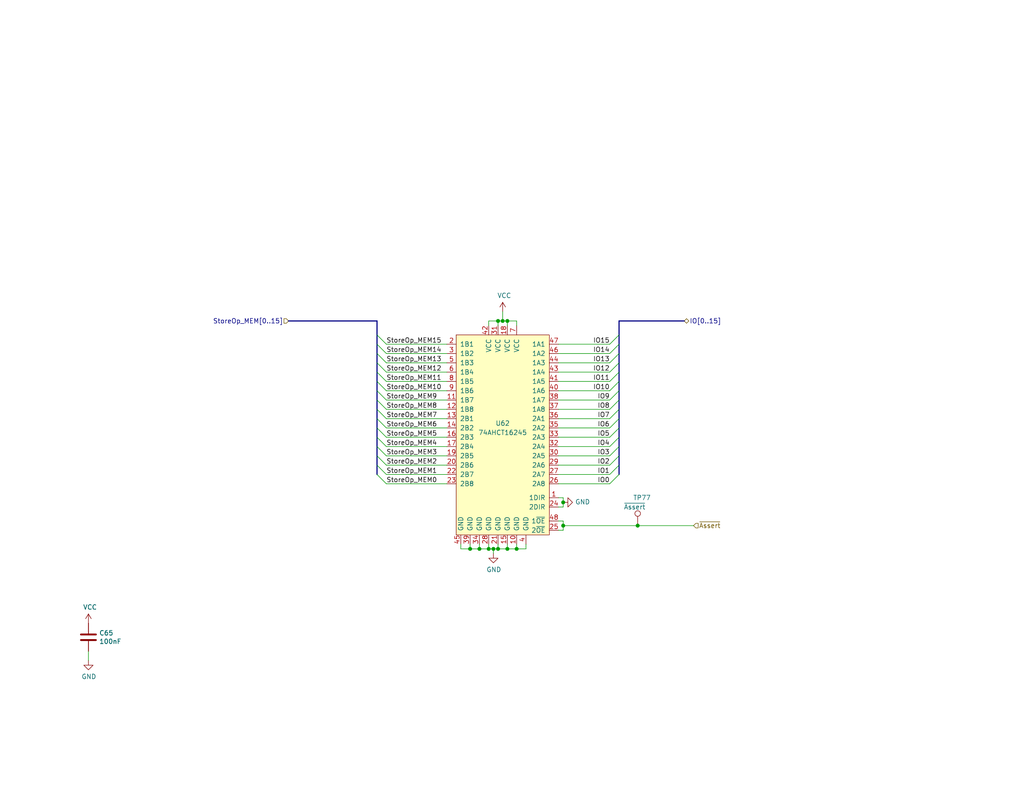
<source format=kicad_sch>
(kicad_sch (version 20230121) (generator eeschema)
  (paper "USLetter")
  (title_block (title "MEM: Buffer StoreOp") (date "2022-09-25") (rev "C") (comment 3 "This allows peripheral devices to assert their own value to the bus during a Load.") (comment 4 "The store operand can be disconnected from the system memory bus via tristate outputs."))
  (lib_symbols
    (symbol "74xx (kicad5):74AHCT16245_ba" (pin_names (offset 1.016))
      (property "Reference" "U" (at 0 1.27 0))
      (property "Value" "74AHCT16245_ba" (at 0 -1.27 0))
      (symbol "74AHCT16245_ba_0_1"
        (rectangle (start -12.7 26.67) (end 12.7 -27.94) (fill (type background)))
      )
      (symbol "74AHCT16245_ba_1_1"
        (pin input line (at -15.24 -17.78 0) (length 2.54) (name "1DIR") (number "1"))
        (pin power_in line (at -3.81 -30.48 90) (length 2.54) (name "GND") (number "10"))
        (pin input line (at 15.24 8.89 180) (length 2.54) (name "1B7") (number "11"))
        (pin input line (at 15.24 6.35 180) (length 2.54) (name "1B8") (number "12"))
        (pin input line (at 15.24 3.81 180) (length 2.54) (name "2B1") (number "13"))
        (pin input line (at 15.24 1.27 180) (length 2.54) (name "2B2") (number "14"))
        (pin power_in line (at -1.27 -30.48 90) (length 2.54) (name "GND") (number "15"))
        (pin input line (at 15.24 -1.27 180) (length 2.54) (name "2B3") (number "16"))
        (pin input line (at 15.24 -3.81 180) (length 2.54) (name "2B4") (number "17"))
        (pin power_in line (at -1.27 29.21 270) (length 2.54) (name "VCC") (number "18"))
        (pin input line (at 15.24 -6.35 180) (length 2.54) (name "2B5") (number "19"))
        (pin input line (at 15.24 24.13 180) (length 2.54) (name "1B1") (number "2"))
        (pin input line (at 15.24 -8.89 180) (length 2.54) (name "2B6") (number "20"))
        (pin power_in line (at 1.27 -30.48 90) (length 2.54) (name "GND") (number "21"))
        (pin input line (at 15.24 -11.43 180) (length 2.54) (name "2B7") (number "22"))
        (pin input line (at 15.24 -13.97 180) (length 2.54) (name "2B8") (number "23"))
        (pin input line (at -15.24 -20.32 0) (length 2.54) (name "2DIR") (number "24"))
        (pin input line (at -15.24 -26.67 0) (length 2.54) (name "2~{OE}") (number "25"))
        (pin tri_state line (at -15.24 -13.97 0) (length 2.54) (name "2A8") (number "26"))
        (pin tri_state line (at -15.24 -11.43 0) (length 2.54) (name "2A7") (number "27"))
        (pin power_in line (at 3.81 -30.48 90) (length 2.54) (name "GND") (number "28"))
        (pin tri_state line (at -15.24 -8.89 0) (length 2.54) (name "2A6") (number "29"))
        (pin input line (at 15.24 21.59 180) (length 2.54) (name "1B2") (number "3"))
        (pin tri_state line (at -15.24 -6.35 0) (length 2.54) (name "2A5") (number "30"))
        (pin power_in line (at 1.27 29.21 270) (length 2.54) (name "VCC") (number "31"))
        (pin tri_state line (at -15.24 -3.81 0) (length 2.54) (name "2A4") (number "32"))
        (pin tri_state line (at -15.24 -1.27 0) (length 2.54) (name "2A3") (number "33"))
        (pin power_in line (at 6.35 -30.48 90) (length 2.54) (name "GND") (number "34"))
        (pin tri_state line (at -15.24 1.27 0) (length 2.54) (name "2A2") (number "35"))
        (pin tri_state line (at -15.24 3.81 0) (length 2.54) (name "2A1") (number "36"))
        (pin tri_state line (at -15.24 6.35 0) (length 2.54) (name "1A8") (number "37"))
        (pin tri_state line (at -15.24 8.89 0) (length 2.54) (name "1A7") (number "38"))
        (pin power_in line (at 8.89 -30.48 90) (length 2.54) (name "GND") (number "39"))
        (pin power_in line (at -6.35 -30.48 90) (length 2.54) (name "GND") (number "4"))
        (pin tri_state line (at -15.24 11.43 0) (length 2.54) (name "1A6") (number "40"))
        (pin tri_state line (at -15.24 13.97 0) (length 2.54) (name "1A5") (number "41"))
        (pin power_in line (at 3.81 29.21 270) (length 2.54) (name "VCC") (number "42"))
        (pin tri_state line (at -15.24 16.51 0) (length 2.54) (name "1A4") (number "43"))
        (pin tri_state line (at -15.24 19.05 0) (length 2.54) (name "1A3") (number "44"))
        (pin power_in line (at 11.43 -30.48 90) (length 2.54) (name "GND") (number "45"))
        (pin tri_state line (at -15.24 21.59 0) (length 2.54) (name "1A2") (number "46"))
        (pin tri_state line (at -15.24 24.13 0) (length 2.54) (name "1A1") (number "47"))
        (pin input line (at -15.24 -24.13 0) (length 2.54) (name "1~{OE}") (number "48"))
        (pin input line (at 15.24 19.05 180) (length 2.54) (name "1B3") (number "5"))
        (pin input line (at 15.24 16.51 180) (length 2.54) (name "1B4") (number "6"))
        (pin power_in line (at -3.81 29.21 270) (length 2.54) (name "VCC") (number "7"))
        (pin input line (at 15.24 13.97 180) (length 2.54) (name "1B5") (number "8"))
        (pin input line (at 15.24 11.43 180) (length 2.54) (name "1B6") (number "9"))
      )
    )
    (symbol "Connector:TestPoint" (pin_numbers hide) (pin_names (offset 0.762) hide)
      (property "Reference" "TP" (at 0 6.858 0))
      (property "Value" "TestPoint" (at 0 5.08 0))
      (symbol "TestPoint_0_1"
        (circle (center 0 3.302) (radius 0.762))
      )
      (symbol "TestPoint_1_1"
        (pin passive line (at 0 0 90) (length 2.54) (name "1") (number "1"))
      )
    )
    (symbol "Device:C" (pin_numbers hide) (pin_names (offset 0.254))
      (property "Reference" "C" (at 0.635 2.54 0))
      (property "Value" "C" (at 0.635 -2.54 0))
      (symbol "C_0_1"
        (polyline (pts (xy -2.032 -0.762) (xy 2.032 -0.762)) (stroke (width 0.508)))
        (polyline (pts (xy -2.032 0.762) (xy 2.032 0.762)) (stroke (width 0.508)))
      )
      (symbol "C_1_1"
        (pin passive line (at 0 3.81 270) (length 2.794) (name "~") (number "1"))
        (pin passive line (at 0 -3.81 90) (length 2.794) (name "~") (number "2"))
      )
    )
    (symbol "power:GND" (power) (pin_names (offset 0))
      (property "Value" "GND" (at 0 -3.81 0))
      (symbol "GND_0_1"
        (polyline (pts (xy 0 0) (xy 0 -1.27) (xy 1.27 -1.27) (xy 0 -2.54) (xy -1.27 -1.27) (xy 0 -1.27)))
      )
      (symbol "GND_1_1"
        (pin power_in line (at 0 0 270) (length 0) hide (name "GND") (number "1"))
      )
    )
    (symbol "power:VCC" (power) (pin_names (offset 0))
      (property "Value" "VCC" (at 0 3.81 0))
      (symbol "VCC_0_1"
        (polyline (pts (xy -0.762 1.27) (xy 0 2.54)))
        (polyline (pts (xy 0 0) (xy 0 2.54)))
        (polyline (pts (xy 0 2.54) (xy 0.762 1.27)))
      )
      (symbol "VCC_1_1"
        (pin power_in line (at 0 0 90) (length 0) hide (name "VCC") (number "1"))
      )
    )
  )
  (junction (at 153.67 143.51))
  (junction (at 135.89 87.63))
  (junction (at 173.99 143.51))
  (junction (at 133.35 149.86))
  (junction (at 134.62 149.86))
  (junction (at 153.67 137.16))
  (junction (at 138.43 149.86))
  (junction (at 138.43 87.63))
  (junction (at 140.97 149.86))
  (junction (at 130.81 149.86))
  (junction (at 135.89 149.86))
  (junction (at 137.16 87.63))
  (junction (at 128.27 149.86))
  (bus_entry (at 105.41 111.76) (size -2.54 -2.54))
  (bus_entry (at 105.41 99.06) (size -2.54 -2.54))
  (bus_entry (at 166.37 111.76) (size 2.54 -2.54))
  (bus_entry (at 105.41 106.68) (size -2.54 -2.54))
  (bus_entry (at 166.37 116.84) (size 2.54 -2.54))
  (bus_entry (at 166.37 96.52) (size 2.54 -2.54))
  (bus_entry (at 105.41 114.3) (size -2.54 -2.54))
  (bus_entry (at 105.41 119.38) (size -2.54 -2.54))
  (bus_entry (at 166.37 121.92) (size 2.54 -2.54))
  (bus_entry (at 105.41 116.84) (size -2.54 -2.54))
  (bus_entry (at 166.37 106.68) (size 2.54 -2.54))
  (bus_entry (at 166.37 104.14) (size 2.54 -2.54))
  (bus_entry (at 105.41 121.92) (size -2.54 -2.54))
  (bus_entry (at 166.37 101.6) (size 2.54 -2.54))
  (bus_entry (at 166.37 132.08) (size 2.54 -2.54))
  (bus_entry (at 166.37 93.98) (size 2.54 -2.54))
  (bus_entry (at 166.37 114.3) (size 2.54 -2.54))
  (bus_entry (at 166.37 124.46) (size 2.54 -2.54))
  (bus_entry (at 105.41 101.6) (size -2.54 -2.54))
  (bus_entry (at 105.41 129.54) (size -2.54 -2.54))
  (bus_entry (at 166.37 119.38) (size 2.54 -2.54))
  (bus_entry (at 166.37 127) (size 2.54 -2.54))
  (bus_entry (at 105.41 124.46) (size -2.54 -2.54))
  (bus_entry (at 105.41 127) (size -2.54 -2.54))
  (bus_entry (at 105.41 93.98) (size -2.54 -2.54))
  (bus_entry (at 105.41 104.14) (size -2.54 -2.54))
  (bus_entry (at 105.41 132.08) (size -2.54 -2.54))
  (bus_entry (at 166.37 99.06) (size 2.54 -2.54))
  (bus_entry (at 105.41 96.52) (size -2.54 -2.54))
  (bus_entry (at 105.41 109.22) (size -2.54 -2.54))
  (bus_entry (at 166.37 129.54) (size 2.54 -2.54))
  (bus_entry (at 166.37 109.22) (size 2.54 -2.54))
  (wire (pts (xy 105.41 111.76) (xy 121.92 111.76)))
  (wire (pts (xy 135.89 148.59) (xy 135.89 149.86)))
  (wire (pts (xy 135.89 87.63) (xy 137.16 87.63)))
  (bus (pts (xy 168.91 109.22) (xy 168.91 111.76)))
  (wire (pts (xy 125.73 148.59) (xy 125.73 149.86)))
  (wire (pts (xy 166.37 101.6) (xy 152.4 101.6)))
  (wire (pts (xy 153.67 143.51) (xy 153.67 144.78)))
  (wire (pts (xy 166.37 109.22) (xy 152.4 109.22)))
  (wire (pts (xy 166.37 119.38) (xy 152.4 119.38)))
  (wire (pts (xy 153.67 142.24) (xy 153.67 143.51)))
  (wire (pts (xy 137.16 87.63) (xy 137.16 85.09)))
  (wire (pts (xy 152.4 135.89) (xy 153.67 135.89)))
  (wire (pts (xy 143.51 149.86) (xy 143.51 148.59)))
  (bus (pts (xy 168.91 127) (xy 168.91 129.54)))
  (wire (pts (xy 105.41 124.46) (xy 121.92 124.46)))
  (wire (pts (xy 105.41 101.6) (xy 121.92 101.6)))
  (wire (pts (xy 105.41 106.68) (xy 121.92 106.68)))
  (wire (pts (xy 138.43 149.86) (xy 140.97 149.86)))
  (wire (pts (xy 135.89 88.9) (xy 135.89 87.63)))
  (wire (pts (xy 105.41 132.08) (xy 121.92 132.08)))
  (wire (pts (xy 134.62 149.86) (xy 134.62 151.13)))
  (wire (pts (xy 153.67 143.51) (xy 173.99 143.51)))
  (wire (pts (xy 105.41 129.54) (xy 121.92 129.54)))
  (bus (pts (xy 102.87 87.63) (xy 78.74 87.63)))
  (bus (pts (xy 168.91 101.6) (xy 168.91 104.14)))
  (wire (pts (xy 140.97 148.59) (xy 140.97 149.86)))
  (wire (pts (xy 166.37 127) (xy 152.4 127)))
  (wire (pts (xy 166.37 116.84) (xy 152.4 116.84)))
  (bus (pts (xy 168.91 124.46) (xy 168.91 127)))
  (wire (pts (xy 134.62 149.86) (xy 135.89 149.86)))
  (bus (pts (xy 102.87 96.52) (xy 102.87 99.06)))
  (wire (pts (xy 166.37 114.3) (xy 152.4 114.3)))
  (wire (pts (xy 128.27 149.86) (xy 130.81 149.86)))
  (bus (pts (xy 102.87 124.46) (xy 102.87 127)))
  (wire (pts (xy 130.81 148.59) (xy 130.81 149.86)))
  (wire (pts (xy 153.67 144.78) (xy 152.4 144.78)))
  (bus (pts (xy 102.87 114.3) (xy 102.87 116.84)))
  (bus (pts (xy 102.87 119.38) (xy 102.87 121.92)))
  (bus (pts (xy 102.87 104.14) (xy 102.87 106.68)))
  (bus (pts (xy 168.91 104.14) (xy 168.91 106.68)))
  (bus (pts (xy 102.87 91.44) (xy 102.87 93.98)))
  (wire (pts (xy 153.67 138.43) (xy 152.4 138.43)))
  (bus (pts (xy 168.91 116.84) (xy 168.91 119.38)))
  (bus (pts (xy 102.87 99.06) (xy 102.87 101.6)))
  (bus (pts (xy 102.87 116.84) (xy 102.87 119.38)))
  (bus (pts (xy 168.91 106.68) (xy 168.91 109.22)))
  (wire (pts (xy 105.41 119.38) (xy 121.92 119.38)))
  (bus (pts (xy 168.91 87.63) (xy 168.91 91.44)))
  (wire (pts (xy 105.41 116.84) (xy 121.92 116.84)))
  (wire (pts (xy 166.37 99.06) (xy 152.4 99.06)))
  (wire (pts (xy 105.41 104.14) (xy 121.92 104.14)))
  (wire (pts (xy 153.67 137.16) (xy 153.67 138.43)))
  (bus (pts (xy 168.91 96.52) (xy 168.91 99.06)))
  (wire (pts (xy 105.41 93.98) (xy 121.92 93.98)))
  (wire (pts (xy 166.37 93.98) (xy 152.4 93.98)))
  (wire (pts (xy 133.35 87.63) (xy 135.89 87.63)))
  (bus (pts (xy 102.87 109.22) (xy 102.87 111.76)))
  (wire (pts (xy 105.41 96.52) (xy 121.92 96.52)))
  (bus (pts (xy 102.87 111.76) (xy 102.87 114.3)))
  (wire (pts (xy 138.43 87.63) (xy 140.97 87.63)))
  (bus (pts (xy 102.87 121.92) (xy 102.87 124.46)))
  (bus (pts (xy 168.91 93.98) (xy 168.91 96.52)))
  (bus (pts (xy 168.91 121.92) (xy 168.91 124.46)))
  (bus (pts (xy 102.87 101.6) (xy 102.87 104.14)))
  (wire (pts (xy 105.41 99.06) (xy 121.92 99.06)))
  (wire (pts (xy 133.35 149.86) (xy 134.62 149.86)))
  (wire (pts (xy 105.41 127) (xy 121.92 127)))
  (wire (pts (xy 133.35 148.59) (xy 133.35 149.86)))
  (wire (pts (xy 166.37 104.14) (xy 152.4 104.14)))
  (bus (pts (xy 168.91 87.63) (xy 186.69 87.63)))
  (wire (pts (xy 166.37 96.52) (xy 152.4 96.52)))
  (wire (pts (xy 138.43 87.63) (xy 138.43 88.9)))
  (wire (pts (xy 166.37 132.08) (xy 152.4 132.08)))
  (bus (pts (xy 102.87 87.63) (xy 102.87 91.44)))
  (bus (pts (xy 102.87 106.68) (xy 102.87 109.22)))
  (bus (pts (xy 168.91 91.44) (xy 168.91 93.98)))
  (wire (pts (xy 166.37 106.68) (xy 152.4 106.68)))
  (wire (pts (xy 133.35 88.9) (xy 133.35 87.63)))
  (wire (pts (xy 125.73 149.86) (xy 128.27 149.86)))
  (wire (pts (xy 140.97 149.86) (xy 143.51 149.86)))
  (bus (pts (xy 168.91 119.38) (xy 168.91 121.92)))
  (wire (pts (xy 166.37 121.92) (xy 152.4 121.92)))
  (wire (pts (xy 128.27 148.59) (xy 128.27 149.86)))
  (wire (pts (xy 138.43 148.59) (xy 138.43 149.86)))
  (wire (pts (xy 137.16 87.63) (xy 138.43 87.63)))
  (bus (pts (xy 102.87 127) (xy 102.87 129.54)))
  (wire (pts (xy 24.13 180.34) (xy 24.13 177.8)))
  (wire (pts (xy 105.41 114.3) (xy 121.92 114.3)))
  (bus (pts (xy 102.87 93.98) (xy 102.87 96.52)))
  (bus (pts (xy 168.91 114.3) (xy 168.91 116.84)))
  (wire (pts (xy 166.37 124.46) (xy 152.4 124.46)))
  (wire (pts (xy 153.67 135.89) (xy 153.67 137.16)))
  (wire (pts (xy 173.99 143.51) (xy 189.23 143.51)))
  (wire (pts (xy 166.37 129.54) (xy 152.4 129.54)))
  (wire (pts (xy 130.81 149.86) (xy 133.35 149.86)))
  (wire (pts (xy 140.97 87.63) (xy 140.97 88.9)))
  (bus (pts (xy 168.91 111.76) (xy 168.91 114.3)))
  (wire (pts (xy 152.4 142.24) (xy 153.67 142.24)))
  (bus (pts (xy 168.91 99.06) (xy 168.91 101.6)))
  (wire (pts (xy 105.41 121.92) (xy 121.92 121.92)))
  (wire (pts (xy 166.37 111.76) (xy 152.4 111.76)))
  (wire (pts (xy 105.41 109.22) (xy 121.92 109.22)))
  (wire (pts (xy 135.89 149.86) (xy 138.43 149.86)))
  (label "StoreOp_MEM9" (at 105.41 109.22 0))
  (label "IO0" (at 166.37 132.08 180))
  (label "StoreOp_MEM7" (at 105.41 114.3 0))
  (label "StoreOp_MEM11" (at 105.41 104.14 0))
  (label "StoreOp_MEM1" (at 105.41 129.54 0))
  (label "StoreOp_MEM10" (at 105.41 106.68 0))
  (label "IO15" (at 166.37 93.98 180))
  (label "IO13" (at 166.37 99.06 180))
  (label "IO8" (at 166.37 111.76 180))
  (label "IO12" (at 166.37 101.6 180))
  (label "StoreOp_MEM12" (at 105.41 101.6 0))
  (label "IO4" (at 166.37 121.92 180))
  (label "StoreOp_MEM15" (at 105.41 93.98 0))
  (label "StoreOp_MEM4" (at 105.41 121.92 0))
  (label "IO6" (at 166.37 116.84 180))
  (label "StoreOp_MEM8" (at 105.41 111.76 0))
  (label "IO2" (at 166.37 127 180))
  (label "StoreOp_MEM13" (at 105.41 99.06 0))
  (label "StoreOp_MEM3" (at 105.41 124.46 0))
  (label "IO1" (at 166.37 129.54 180))
  (label "StoreOp_MEM2" (at 105.41 127 0))
  (label "StoreOp_MEM0" (at 105.41 132.08 0))
  (label "IO5" (at 166.37 119.38 180))
  (label "IO7" (at 166.37 114.3 180))
  (label "IO14" (at 166.37 96.52 180))
  (label "StoreOp_MEM14" (at 105.41 96.52 0))
  (label "IO10" (at 166.37 106.68 180))
  (label "StoreOp_MEM5" (at 105.41 119.38 0))
  (label "IO11" (at 166.37 104.14 180))
  (label "IO9" (at 166.37 109.22 180))
  (label "IO3" (at 166.37 124.46 180))
  (label "StoreOp_MEM6" (at 105.41 116.84 0))
  (hierarchical_label "StoreOp_MEM[0..15]" (shape input) (at 78.74 87.63 180))
  (hierarchical_label "~{Assert}" (shape input) (at 189.23 143.51 0))
  (hierarchical_label "IO[0..15]" (shape tri_state) (at 186.69 87.63 0))
  (symbol (lib_id "Device:C") (at 24.13 173.99 0) (unit 1)
    (property "Reference" "C65" (at 27.051 172.8216 0) (effects (justify left)))
    (property "Value" "100nF" (at 27.051 175.133 0) (effects (justify left)))
    (property "Footprint" "Capacitor_SMD:C_0603_1608Metric_Pad1.08x0.95mm_HandSolder" (effects hide))
    (property "Mouser" "https://www.mouser.com/ProductDetail/963-EMK107B7104KAHT" (effects hide))
  )
  (symbol (lib_id "power:VCC") (at 24.13 170.18 0) (unit 1)
    (property "Reference" "#PWR0333" (effects hide))
    (property "Value" "VCC" (at 24.5618 165.7858 0))
  )
  (symbol (lib_id "power:GND") (at 24.13 180.34 0) (unit 1)
    (property "Reference" "#PWR0334" (effects hide))
    (property "Value" "GND" (at 24.257 184.7342 0))
  )
  (symbol (lib_id "power:GND") (at 134.62 151.13 0) (unit 1)
    (property "Reference" "#PWR0335" (effects hide))
    (property "Value" "GND" (at 134.747 155.5242 0))
  )
  (symbol (lib_id "power:VCC") (at 137.16 85.09 0) (unit 1)
    (property "Reference" "#PWR0336" (effects hide))
    (property "Value" "VCC" (at 137.5918 80.6958 0))
  )
  (symbol (lib_id "74xx (kicad5):74AHCT16245_ba") (at 137.16 118.11 0) (mirror y) (unit 1)
    (property "Reference" "U62" (at 137.16 115.57 0))
    (property "Value" "74AHCT16245" (at 137.16 118.11 0))
    (property "Footprint" "Package_SO:TSSOP-48_6.1x12.5mm_P0.5mm" (effects hide))
    (property "Datasheet" "https://www.ti.com/lit/ds/symlink/sn74ahct16245.pdf?HQS=dis-mous-null-mousermode-dsf-pf-null-wwe&ts=1617319205092" (effects hide))
    (property "Mouser" "https://www.mouser.com/ProductDetail/Texas-Instruments/74AHCT16245DLRG4?qs=%2Fha2pyFaduixTLlQ%252B3rIFW8KDPMe6E5CxoQ2Fc519Y9S5BWJ%252B%2FVWeIYQshP1VtN3&utm_source=octopart&utm_medium=aggregator&utm_campaign=595-74AHCT16245DLRG4&utm_content=Texas%20Instruments" (effects hide))
  )
  (symbol (lib_id "power:GND") (at 153.67 137.16 90) (unit 1)
    (property "Reference" "#PWR0337" (effects hide))
    (property "Value" "GND" (at 156.9212 137.033 90) (effects (justify right)))
  )
  (symbol (lib_id "Connector:TestPoint") (at 173.99 143.51 0) (unit 1)
    (property "Reference" "TP77" (at 172.72 135.89 0) (effects (justify left)))
    (property "Value" "~{Assert}" (at 170.18 138.43 0) (effects (justify left)))
    (property "Footprint" "TestPoint:TestPoint_Pad_D1.0mm" (effects hide))
  )
)
</source>
